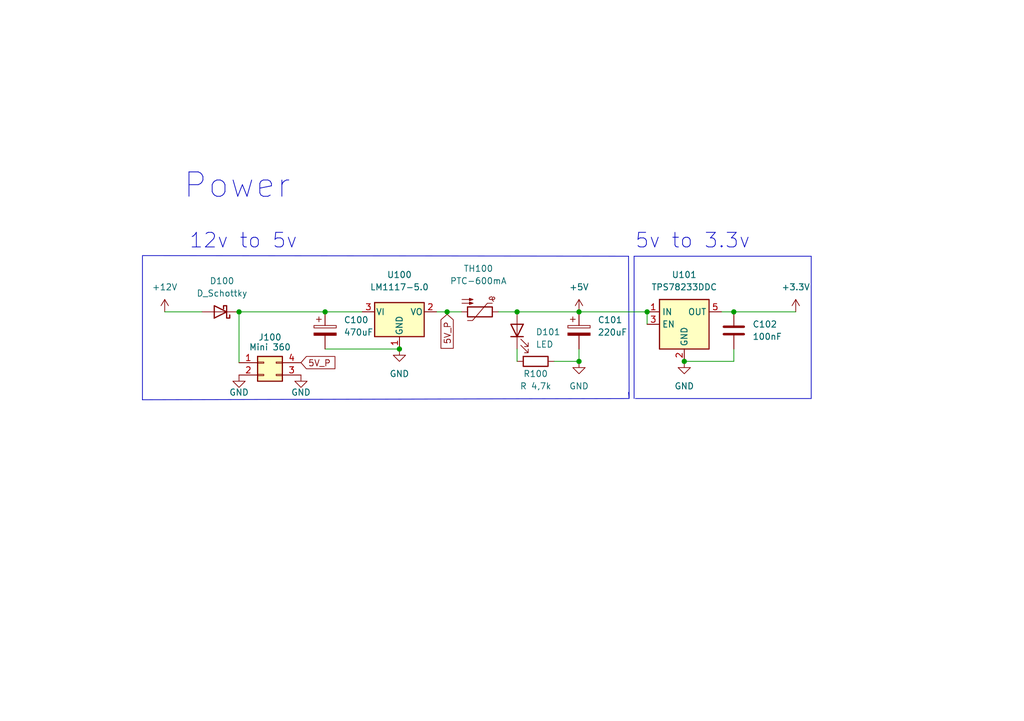
<source format=kicad_sch>
(kicad_sch (version 20230121) (generator eeschema)

  (uuid dfcbedf8-d157-49f6-8533-582b73023353)

  (paper "A5")

  (lib_symbols
    (symbol "Connector_Generic:Conn_02x02_Counter_Clockwise" (pin_names (offset 1.016) hide) (in_bom yes) (on_board yes)
      (property "Reference" "J" (at 1.27 2.54 0)
        (effects (font (size 1.27 1.27)))
      )
      (property "Value" "Conn_02x02_Counter_Clockwise" (at 1.27 -5.08 0)
        (effects (font (size 1.27 1.27)))
      )
      (property "Footprint" "" (at 0 0 0)
        (effects (font (size 1.27 1.27)) hide)
      )
      (property "Datasheet" "~" (at 0 0 0)
        (effects (font (size 1.27 1.27)) hide)
      )
      (property "ki_keywords" "connector" (at 0 0 0)
        (effects (font (size 1.27 1.27)) hide)
      )
      (property "ki_description" "Generic connector, double row, 02x02, counter clockwise pin numbering scheme (similar to DIP package numbering), script generated (kicad-library-utils/schlib/autogen/connector/)" (at 0 0 0)
        (effects (font (size 1.27 1.27)) hide)
      )
      (property "ki_fp_filters" "Connector*:*_2x??_*" (at 0 0 0)
        (effects (font (size 1.27 1.27)) hide)
      )
      (symbol "Conn_02x02_Counter_Clockwise_1_1"
        (rectangle (start -1.27 -2.413) (end 0 -2.667)
          (stroke (width 0.1524) (type default))
          (fill (type none))
        )
        (rectangle (start -1.27 0.127) (end 0 -0.127)
          (stroke (width 0.1524) (type default))
          (fill (type none))
        )
        (rectangle (start -1.27 1.27) (end 3.81 -3.81)
          (stroke (width 0.254) (type default))
          (fill (type background))
        )
        (rectangle (start 3.81 -2.413) (end 2.54 -2.667)
          (stroke (width 0.1524) (type default))
          (fill (type none))
        )
        (rectangle (start 3.81 0.127) (end 2.54 -0.127)
          (stroke (width 0.1524) (type default))
          (fill (type none))
        )
        (pin passive line (at -5.08 0 0) (length 3.81)
          (name "Pin_1" (effects (font (size 1.27 1.27))))
          (number "1" (effects (font (size 1.27 1.27))))
        )
        (pin passive line (at -5.08 -2.54 0) (length 3.81)
          (name "Pin_2" (effects (font (size 1.27 1.27))))
          (number "2" (effects (font (size 1.27 1.27))))
        )
        (pin passive line (at 7.62 -2.54 180) (length 3.81)
          (name "Pin_3" (effects (font (size 1.27 1.27))))
          (number "3" (effects (font (size 1.27 1.27))))
        )
        (pin passive line (at 7.62 0 180) (length 3.81)
          (name "Pin_4" (effects (font (size 1.27 1.27))))
          (number "4" (effects (font (size 1.27 1.27))))
        )
      )
    )
    (symbol "Device:C" (pin_numbers hide) (pin_names (offset 0.254)) (in_bom yes) (on_board yes)
      (property "Reference" "C" (at 0.635 2.54 0)
        (effects (font (size 1.27 1.27)) (justify left))
      )
      (property "Value" "C" (at 0.635 -2.54 0)
        (effects (font (size 1.27 1.27)) (justify left))
      )
      (property "Footprint" "" (at 0.9652 -3.81 0)
        (effects (font (size 1.27 1.27)) hide)
      )
      (property "Datasheet" "~" (at 0 0 0)
        (effects (font (size 1.27 1.27)) hide)
      )
      (property "ki_keywords" "cap capacitor" (at 0 0 0)
        (effects (font (size 1.27 1.27)) hide)
      )
      (property "ki_description" "Unpolarized capacitor" (at 0 0 0)
        (effects (font (size 1.27 1.27)) hide)
      )
      (property "ki_fp_filters" "C_*" (at 0 0 0)
        (effects (font (size 1.27 1.27)) hide)
      )
      (symbol "C_0_1"
        (polyline
          (pts
            (xy -2.032 -0.762)
            (xy 2.032 -0.762)
          )
          (stroke (width 0.508) (type default))
          (fill (type none))
        )
        (polyline
          (pts
            (xy -2.032 0.762)
            (xy 2.032 0.762)
          )
          (stroke (width 0.508) (type default))
          (fill (type none))
        )
      )
      (symbol "C_1_1"
        (pin passive line (at 0 3.81 270) (length 2.794)
          (name "~" (effects (font (size 1.27 1.27))))
          (number "1" (effects (font (size 1.27 1.27))))
        )
        (pin passive line (at 0 -3.81 90) (length 2.794)
          (name "~" (effects (font (size 1.27 1.27))))
          (number "2" (effects (font (size 1.27 1.27))))
        )
      )
    )
    (symbol "Device:C_Polarized" (pin_numbers hide) (pin_names (offset 0.254)) (in_bom yes) (on_board yes)
      (property "Reference" "C" (at 0.635 2.54 0)
        (effects (font (size 1.27 1.27)) (justify left))
      )
      (property "Value" "C_Polarized" (at 0.635 -2.54 0)
        (effects (font (size 1.27 1.27)) (justify left))
      )
      (property "Footprint" "" (at 0.9652 -3.81 0)
        (effects (font (size 1.27 1.27)) hide)
      )
      (property "Datasheet" "~" (at 0 0 0)
        (effects (font (size 1.27 1.27)) hide)
      )
      (property "ki_keywords" "cap capacitor" (at 0 0 0)
        (effects (font (size 1.27 1.27)) hide)
      )
      (property "ki_description" "Polarized capacitor" (at 0 0 0)
        (effects (font (size 1.27 1.27)) hide)
      )
      (property "ki_fp_filters" "CP_*" (at 0 0 0)
        (effects (font (size 1.27 1.27)) hide)
      )
      (symbol "C_Polarized_0_1"
        (rectangle (start -2.286 0.508) (end 2.286 1.016)
          (stroke (width 0) (type default))
          (fill (type none))
        )
        (polyline
          (pts
            (xy -1.778 2.286)
            (xy -0.762 2.286)
          )
          (stroke (width 0) (type default))
          (fill (type none))
        )
        (polyline
          (pts
            (xy -1.27 2.794)
            (xy -1.27 1.778)
          )
          (stroke (width 0) (type default))
          (fill (type none))
        )
        (rectangle (start 2.286 -0.508) (end -2.286 -1.016)
          (stroke (width 0) (type default))
          (fill (type outline))
        )
      )
      (symbol "C_Polarized_1_1"
        (pin passive line (at 0 3.81 270) (length 2.794)
          (name "~" (effects (font (size 1.27 1.27))))
          (number "1" (effects (font (size 1.27 1.27))))
        )
        (pin passive line (at 0 -3.81 90) (length 2.794)
          (name "~" (effects (font (size 1.27 1.27))))
          (number "2" (effects (font (size 1.27 1.27))))
        )
      )
    )
    (symbol "Device:D_Schottky" (pin_numbers hide) (pin_names (offset 1.016) hide) (in_bom yes) (on_board yes)
      (property "Reference" "D" (at 0 2.54 0)
        (effects (font (size 1.27 1.27)))
      )
      (property "Value" "D_Schottky" (at 0 -2.54 0)
        (effects (font (size 1.27 1.27)))
      )
      (property "Footprint" "" (at 0 0 0)
        (effects (font (size 1.27 1.27)) hide)
      )
      (property "Datasheet" "~" (at 0 0 0)
        (effects (font (size 1.27 1.27)) hide)
      )
      (property "ki_keywords" "diode Schottky" (at 0 0 0)
        (effects (font (size 1.27 1.27)) hide)
      )
      (property "ki_description" "Schottky diode" (at 0 0 0)
        (effects (font (size 1.27 1.27)) hide)
      )
      (property "ki_fp_filters" "TO-???* *_Diode_* *SingleDiode* D_*" (at 0 0 0)
        (effects (font (size 1.27 1.27)) hide)
      )
      (symbol "D_Schottky_0_1"
        (polyline
          (pts
            (xy 1.27 0)
            (xy -1.27 0)
          )
          (stroke (width 0) (type default))
          (fill (type none))
        )
        (polyline
          (pts
            (xy 1.27 1.27)
            (xy 1.27 -1.27)
            (xy -1.27 0)
            (xy 1.27 1.27)
          )
          (stroke (width 0.254) (type default))
          (fill (type none))
        )
        (polyline
          (pts
            (xy -1.905 0.635)
            (xy -1.905 1.27)
            (xy -1.27 1.27)
            (xy -1.27 -1.27)
            (xy -0.635 -1.27)
            (xy -0.635 -0.635)
          )
          (stroke (width 0.254) (type default))
          (fill (type none))
        )
      )
      (symbol "D_Schottky_1_1"
        (pin passive line (at -3.81 0 0) (length 2.54)
          (name "K" (effects (font (size 1.27 1.27))))
          (number "1" (effects (font (size 1.27 1.27))))
        )
        (pin passive line (at 3.81 0 180) (length 2.54)
          (name "A" (effects (font (size 1.27 1.27))))
          (number "2" (effects (font (size 1.27 1.27))))
        )
      )
    )
    (symbol "Device:LED" (pin_numbers hide) (pin_names (offset 1.016) hide) (in_bom yes) (on_board yes)
      (property "Reference" "D" (at 0 2.54 0)
        (effects (font (size 1.27 1.27)))
      )
      (property "Value" "LED" (at 0 -2.54 0)
        (effects (font (size 1.27 1.27)))
      )
      (property "Footprint" "" (at 0 0 0)
        (effects (font (size 1.27 1.27)) hide)
      )
      (property "Datasheet" "~" (at 0 0 0)
        (effects (font (size 1.27 1.27)) hide)
      )
      (property "ki_keywords" "LED diode" (at 0 0 0)
        (effects (font (size 1.27 1.27)) hide)
      )
      (property "ki_description" "Light emitting diode" (at 0 0 0)
        (effects (font (size 1.27 1.27)) hide)
      )
      (property "ki_fp_filters" "LED* LED_SMD:* LED_THT:*" (at 0 0 0)
        (effects (font (size 1.27 1.27)) hide)
      )
      (symbol "LED_0_1"
        (polyline
          (pts
            (xy -1.27 -1.27)
            (xy -1.27 1.27)
          )
          (stroke (width 0.254) (type default))
          (fill (type none))
        )
        (polyline
          (pts
            (xy -1.27 0)
            (xy 1.27 0)
          )
          (stroke (width 0) (type default))
          (fill (type none))
        )
        (polyline
          (pts
            (xy 1.27 -1.27)
            (xy 1.27 1.27)
            (xy -1.27 0)
            (xy 1.27 -1.27)
          )
          (stroke (width 0.254) (type default))
          (fill (type none))
        )
        (polyline
          (pts
            (xy -3.048 -0.762)
            (xy -4.572 -2.286)
            (xy -3.81 -2.286)
            (xy -4.572 -2.286)
            (xy -4.572 -1.524)
          )
          (stroke (width 0) (type default))
          (fill (type none))
        )
        (polyline
          (pts
            (xy -1.778 -0.762)
            (xy -3.302 -2.286)
            (xy -2.54 -2.286)
            (xy -3.302 -2.286)
            (xy -3.302 -1.524)
          )
          (stroke (width 0) (type default))
          (fill (type none))
        )
      )
      (symbol "LED_1_1"
        (pin passive line (at -3.81 0 0) (length 2.54)
          (name "K" (effects (font (size 1.27 1.27))))
          (number "1" (effects (font (size 1.27 1.27))))
        )
        (pin passive line (at 3.81 0 180) (length 2.54)
          (name "A" (effects (font (size 1.27 1.27))))
          (number "2" (effects (font (size 1.27 1.27))))
        )
      )
    )
    (symbol "Device:R" (pin_numbers hide) (pin_names (offset 0)) (in_bom yes) (on_board yes)
      (property "Reference" "R" (at 2.032 0 90)
        (effects (font (size 1.27 1.27)))
      )
      (property "Value" "R" (at 0 0 90)
        (effects (font (size 1.27 1.27)))
      )
      (property "Footprint" "" (at -1.778 0 90)
        (effects (font (size 1.27 1.27)) hide)
      )
      (property "Datasheet" "~" (at 0 0 0)
        (effects (font (size 1.27 1.27)) hide)
      )
      (property "ki_keywords" "R res resistor" (at 0 0 0)
        (effects (font (size 1.27 1.27)) hide)
      )
      (property "ki_description" "Resistor" (at 0 0 0)
        (effects (font (size 1.27 1.27)) hide)
      )
      (property "ki_fp_filters" "R_*" (at 0 0 0)
        (effects (font (size 1.27 1.27)) hide)
      )
      (symbol "R_0_1"
        (rectangle (start -1.016 -2.54) (end 1.016 2.54)
          (stroke (width 0.254) (type default))
          (fill (type none))
        )
      )
      (symbol "R_1_1"
        (pin passive line (at 0 3.81 270) (length 1.27)
          (name "~" (effects (font (size 1.27 1.27))))
          (number "1" (effects (font (size 1.27 1.27))))
        )
        (pin passive line (at 0 -3.81 90) (length 1.27)
          (name "~" (effects (font (size 1.27 1.27))))
          (number "2" (effects (font (size 1.27 1.27))))
        )
      )
    )
    (symbol "Device:Thermistor_PTC" (pin_numbers hide) (pin_names (offset 0)) (in_bom yes) (on_board yes)
      (property "Reference" "TH" (at -4.064 0 90)
        (effects (font (size 1.27 1.27)))
      )
      (property "Value" "Thermistor_PTC" (at 3.048 0 90)
        (effects (font (size 1.27 1.27)))
      )
      (property "Footprint" "" (at 1.27 -5.08 0)
        (effects (font (size 1.27 1.27)) (justify left) hide)
      )
      (property "Datasheet" "~" (at 0 0 0)
        (effects (font (size 1.27 1.27)) hide)
      )
      (property "ki_keywords" "resistor PTC thermistor sensor RTD" (at 0 0 0)
        (effects (font (size 1.27 1.27)) hide)
      )
      (property "ki_description" "Temperature dependent resistor, positive temperature coefficient" (at 0 0 0)
        (effects (font (size 1.27 1.27)) hide)
      )
      (property "ki_fp_filters" "*PTC* *Thermistor* PIN?ARRAY* bornier* *Terminal?Block* R_*" (at 0 0 0)
        (effects (font (size 1.27 1.27)) hide)
      )
      (symbol "Thermistor_PTC_0_1"
        (arc (start -3.048 2.159) (mid -3.0495 2.3143) (end -3.175 2.413)
          (stroke (width 0) (type default))
          (fill (type none))
        )
        (arc (start -3.048 2.159) (mid -2.9736 1.9794) (end -2.794 1.905)
          (stroke (width 0) (type default))
          (fill (type none))
        )
        (arc (start -3.048 2.794) (mid -2.9736 2.6144) (end -2.794 2.54)
          (stroke (width 0) (type default))
          (fill (type none))
        )
        (arc (start -2.794 1.905) (mid -2.6144 1.9794) (end -2.54 2.159)
          (stroke (width 0) (type default))
          (fill (type none))
        )
        (arc (start -2.794 2.54) (mid -2.4393 2.5587) (end -2.159 2.794)
          (stroke (width 0) (type default))
          (fill (type none))
        )
        (arc (start -2.794 3.048) (mid -2.9736 2.9736) (end -3.048 2.794)
          (stroke (width 0) (type default))
          (fill (type none))
        )
        (arc (start -2.54 2.794) (mid -2.6144 2.9736) (end -2.794 3.048)
          (stroke (width 0) (type default))
          (fill (type none))
        )
        (rectangle (start -1.016 2.54) (end 1.016 -2.54)
          (stroke (width 0.254) (type default))
          (fill (type none))
        )
        (polyline
          (pts
            (xy -2.54 2.159)
            (xy -2.54 2.794)
          )
          (stroke (width 0) (type default))
          (fill (type none))
        )
        (polyline
          (pts
            (xy -1.778 2.54)
            (xy -1.778 1.524)
            (xy 1.778 -1.524)
            (xy 1.778 -2.54)
          )
          (stroke (width 0) (type default))
          (fill (type none))
        )
        (polyline
          (pts
            (xy -2.54 -3.683)
            (xy -2.54 -1.397)
            (xy -2.794 -2.159)
            (xy -2.286 -2.159)
            (xy -2.54 -1.397)
            (xy -2.54 -1.651)
          )
          (stroke (width 0) (type default))
          (fill (type outline))
        )
        (polyline
          (pts
            (xy -1.778 -3.683)
            (xy -1.778 -1.397)
            (xy -2.032 -2.159)
            (xy -1.524 -2.159)
            (xy -1.778 -1.397)
            (xy -1.778 -1.651)
          )
          (stroke (width 0) (type default))
          (fill (type outline))
        )
      )
      (symbol "Thermistor_PTC_1_1"
        (pin passive line (at 0 3.81 270) (length 1.27)
          (name "~" (effects (font (size 1.27 1.27))))
          (number "1" (effects (font (size 1.27 1.27))))
        )
        (pin passive line (at 0 -3.81 90) (length 1.27)
          (name "~" (effects (font (size 1.27 1.27))))
          (number "2" (effects (font (size 1.27 1.27))))
        )
      )
    )
    (symbol "Regulator_Linear:LM1117-5.0" (pin_names (offset 0.254)) (in_bom yes) (on_board yes)
      (property "Reference" "U" (at -3.81 3.175 0)
        (effects (font (size 1.27 1.27)))
      )
      (property "Value" "LM1117-5.0" (at 0 3.175 0)
        (effects (font (size 1.27 1.27)) (justify left))
      )
      (property "Footprint" "" (at 0 0 0)
        (effects (font (size 1.27 1.27)) hide)
      )
      (property "Datasheet" "http://www.ti.com/lit/ds/symlink/lm1117.pdf" (at 0 0 0)
        (effects (font (size 1.27 1.27)) hide)
      )
      (property "ki_keywords" "linear regulator ldo fixed positive" (at 0 0 0)
        (effects (font (size 1.27 1.27)) hide)
      )
      (property "ki_description" "800mA Low-Dropout Linear Regulator, 5.0V fixed output, TO-220/TO-252/TO-263/SOT-223" (at 0 0 0)
        (effects (font (size 1.27 1.27)) hide)
      )
      (property "ki_fp_filters" "SOT?223* TO?263* TO?252* TO?220*" (at 0 0 0)
        (effects (font (size 1.27 1.27)) hide)
      )
      (symbol "LM1117-5.0_0_1"
        (rectangle (start -5.08 -5.08) (end 5.08 1.905)
          (stroke (width 0.254) (type default))
          (fill (type background))
        )
      )
      (symbol "LM1117-5.0_1_1"
        (pin power_in line (at 0 -7.62 90) (length 2.54)
          (name "GND" (effects (font (size 1.27 1.27))))
          (number "1" (effects (font (size 1.27 1.27))))
        )
        (pin power_out line (at 7.62 0 180) (length 2.54)
          (name "VO" (effects (font (size 1.27 1.27))))
          (number "2" (effects (font (size 1.27 1.27))))
        )
        (pin power_in line (at -7.62 0 0) (length 2.54)
          (name "VI" (effects (font (size 1.27 1.27))))
          (number "3" (effects (font (size 1.27 1.27))))
        )
      )
    )
    (symbol "Regulator_Linear:TPS78233DDC" (in_bom yes) (on_board yes)
      (property "Reference" "U" (at -3.81 6.35 0)
        (effects (font (size 1.27 1.27)))
      )
      (property "Value" "TPS78233DDC" (at 6.35 6.35 0)
        (effects (font (size 1.27 1.27)))
      )
      (property "Footprint" "Package_TO_SOT_SMD:SOT-23-5" (at 0 8.89 0)
        (effects (font (size 1.27 1.27)) hide)
      )
      (property "Datasheet" "http://www.ti.com/lit/gpn/tps782" (at 0 12.7 0)
        (effects (font (size 1.27 1.27)) hide)
      )
      (property "ki_keywords" "Single Output LDO Low-Iq" (at 0 0 0)
        (effects (font (size 1.27 1.27)) hide)
      )
      (property "ki_description" "150-mA, 500nA Ultra-Low-IQ LDO, 3.3V, SOT-23-5" (at 0 0 0)
        (effects (font (size 1.27 1.27)) hide)
      )
      (property "ki_fp_filters" "SOT?23*" (at 0 0 0)
        (effects (font (size 1.27 1.27)) hide)
      )
      (symbol "TPS78233DDC_0_1"
        (rectangle (start -5.08 -5.08) (end 5.08 5.08)
          (stroke (width 0.254) (type default))
          (fill (type background))
        )
        (pin power_in line (at -7.62 2.54 0) (length 2.54)
          (name "IN" (effects (font (size 1.27 1.27))))
          (number "1" (effects (font (size 1.27 1.27))))
        )
        (pin power_in line (at 0 -7.62 90) (length 2.54)
          (name "GND" (effects (font (size 1.27 1.27))))
          (number "2" (effects (font (size 1.27 1.27))))
        )
        (pin input line (at -7.62 0 0) (length 2.54)
          (name "EN" (effects (font (size 1.27 1.27))))
          (number "3" (effects (font (size 1.27 1.27))))
        )
        (pin power_out line (at 7.62 2.54 180) (length 2.54)
          (name "OUT" (effects (font (size 1.27 1.27))))
          (number "5" (effects (font (size 1.27 1.27))))
        )
      )
      (symbol "TPS78233DDC_1_1"
        (pin passive line (at 0 -7.62 90) (length 2.54) hide
          (name "GND" (effects (font (size 1.27 1.27))))
          (number "4" (effects (font (size 1.27 1.27))))
        )
      )
    )
    (symbol "power:+12V" (power) (pin_names (offset 0)) (in_bom yes) (on_board yes)
      (property "Reference" "#PWR" (at 0 -3.81 0)
        (effects (font (size 1.27 1.27)) hide)
      )
      (property "Value" "+12V" (at 0 3.556 0)
        (effects (font (size 1.27 1.27)))
      )
      (property "Footprint" "" (at 0 0 0)
        (effects (font (size 1.27 1.27)) hide)
      )
      (property "Datasheet" "" (at 0 0 0)
        (effects (font (size 1.27 1.27)) hide)
      )
      (property "ki_keywords" "power-flag" (at 0 0 0)
        (effects (font (size 1.27 1.27)) hide)
      )
      (property "ki_description" "Power symbol creates a global label with name \"+12V\"" (at 0 0 0)
        (effects (font (size 1.27 1.27)) hide)
      )
      (symbol "+12V_0_1"
        (polyline
          (pts
            (xy -0.762 1.27)
            (xy 0 2.54)
          )
          (stroke (width 0) (type default))
          (fill (type none))
        )
        (polyline
          (pts
            (xy 0 0)
            (xy 0 2.54)
          )
          (stroke (width 0) (type default))
          (fill (type none))
        )
        (polyline
          (pts
            (xy 0 2.54)
            (xy 0.762 1.27)
          )
          (stroke (width 0) (type default))
          (fill (type none))
        )
      )
      (symbol "+12V_1_1"
        (pin power_in line (at 0 0 90) (length 0) hide
          (name "+12V" (effects (font (size 1.27 1.27))))
          (number "1" (effects (font (size 1.27 1.27))))
        )
      )
    )
    (symbol "power:+3.3V" (power) (pin_names (offset 0)) (in_bom yes) (on_board yes)
      (property "Reference" "#PWR" (at 0 -3.81 0)
        (effects (font (size 1.27 1.27)) hide)
      )
      (property "Value" "+3.3V" (at 0 3.556 0)
        (effects (font (size 1.27 1.27)))
      )
      (property "Footprint" "" (at 0 0 0)
        (effects (font (size 1.27 1.27)) hide)
      )
      (property "Datasheet" "" (at 0 0 0)
        (effects (font (size 1.27 1.27)) hide)
      )
      (property "ki_keywords" "power-flag" (at 0 0 0)
        (effects (font (size 1.27 1.27)) hide)
      )
      (property "ki_description" "Power symbol creates a global label with name \"+3.3V\"" (at 0 0 0)
        (effects (font (size 1.27 1.27)) hide)
      )
      (symbol "+3.3V_0_1"
        (polyline
          (pts
            (xy -0.762 1.27)
            (xy 0 2.54)
          )
          (stroke (width 0) (type default))
          (fill (type none))
        )
        (polyline
          (pts
            (xy 0 0)
            (xy 0 2.54)
          )
          (stroke (width 0) (type default))
          (fill (type none))
        )
        (polyline
          (pts
            (xy 0 2.54)
            (xy 0.762 1.27)
          )
          (stroke (width 0) (type default))
          (fill (type none))
        )
      )
      (symbol "+3.3V_1_1"
        (pin power_in line (at 0 0 90) (length 0) hide
          (name "+3.3V" (effects (font (size 1.27 1.27))))
          (number "1" (effects (font (size 1.27 1.27))))
        )
      )
    )
    (symbol "power:+5V" (power) (pin_names (offset 0)) (in_bom yes) (on_board yes)
      (property "Reference" "#PWR" (at 0 -3.81 0)
        (effects (font (size 1.27 1.27)) hide)
      )
      (property "Value" "+5V" (at 0 3.556 0)
        (effects (font (size 1.27 1.27)))
      )
      (property "Footprint" "" (at 0 0 0)
        (effects (font (size 1.27 1.27)) hide)
      )
      (property "Datasheet" "" (at 0 0 0)
        (effects (font (size 1.27 1.27)) hide)
      )
      (property "ki_keywords" "power-flag" (at 0 0 0)
        (effects (font (size 1.27 1.27)) hide)
      )
      (property "ki_description" "Power symbol creates a global label with name \"+5V\"" (at 0 0 0)
        (effects (font (size 1.27 1.27)) hide)
      )
      (symbol "+5V_0_1"
        (polyline
          (pts
            (xy -0.762 1.27)
            (xy 0 2.54)
          )
          (stroke (width 0) (type default))
          (fill (type none))
        )
        (polyline
          (pts
            (xy 0 0)
            (xy 0 2.54)
          )
          (stroke (width 0) (type default))
          (fill (type none))
        )
        (polyline
          (pts
            (xy 0 2.54)
            (xy 0.762 1.27)
          )
          (stroke (width 0) (type default))
          (fill (type none))
        )
      )
      (symbol "+5V_1_1"
        (pin power_in line (at 0 0 90) (length 0) hide
          (name "+5V" (effects (font (size 1.27 1.27))))
          (number "1" (effects (font (size 1.27 1.27))))
        )
      )
    )
    (symbol "power:GND" (power) (pin_names (offset 0)) (in_bom yes) (on_board yes)
      (property "Reference" "#PWR" (at 0 -6.35 0)
        (effects (font (size 1.27 1.27)) hide)
      )
      (property "Value" "GND" (at 0 -3.81 0)
        (effects (font (size 1.27 1.27)))
      )
      (property "Footprint" "" (at 0 0 0)
        (effects (font (size 1.27 1.27)) hide)
      )
      (property "Datasheet" "" (at 0 0 0)
        (effects (font (size 1.27 1.27)) hide)
      )
      (property "ki_keywords" "power-flag" (at 0 0 0)
        (effects (font (size 1.27 1.27)) hide)
      )
      (property "ki_description" "Power symbol creates a global label with name \"GND\" , ground" (at 0 0 0)
        (effects (font (size 1.27 1.27)) hide)
      )
      (symbol "GND_0_1"
        (polyline
          (pts
            (xy 0 0)
            (xy 0 -1.27)
            (xy 1.27 -1.27)
            (xy 0 -2.54)
            (xy -1.27 -1.27)
            (xy 0 -1.27)
          )
          (stroke (width 0) (type default))
          (fill (type none))
        )
      )
      (symbol "GND_1_1"
        (pin power_in line (at 0 0 270) (length 0) hide
          (name "GND" (effects (font (size 1.27 1.27))))
          (number "1" (effects (font (size 1.27 1.27))))
        )
      )
    )
  )

  (junction (at 118.745 64.008) (diameter 0) (color 0 0 0 0)
    (uuid 0127606a-ff2e-4ec6-b9cc-21bca99ca1b7)
  )
  (junction (at 140.335 74.168) (diameter 0) (color 0 0 0 0)
    (uuid 18d5c6d2-b003-4671-803e-d98f4d06920d)
  )
  (junction (at 106.045 64.008) (diameter 0) (color 0 0 0 0)
    (uuid 21f0b0df-19c4-48b2-926c-0b8ec779cb2b)
  )
  (junction (at 118.745 74.168) (diameter 0) (color 0 0 0 0)
    (uuid 2b03b530-b1fc-490b-ba6e-8cca61acb00a)
  )
  (junction (at 91.694 64.008) (diameter 0) (color 0 0 0 0)
    (uuid 37076652-0e10-4ba1-a019-7c99e179bf55)
  )
  (junction (at 150.495 64.008) (diameter 0) (color 0 0 0 0)
    (uuid 5dbb1787-ee97-4bbf-b427-9af8cf9880cb)
  )
  (junction (at 81.915 71.628) (diameter 0) (color 0 0 0 0)
    (uuid 603e6a9b-a798-4189-b0b1-eb82939471b7)
  )
  (junction (at 49.022 64.008) (diameter 0) (color 0 0 0 0)
    (uuid 86cc23c1-062e-41bd-b7d5-40aff453552b)
  )
  (junction (at 66.675 64.008) (diameter 0) (color 0 0 0 0)
    (uuid 921499be-f69b-44c6-8c29-9ad1458cade7)
  )
  (junction (at 132.715 64.008) (diameter 0) (color 0 0 0 0)
    (uuid b5cf109a-f932-44a0-8faa-99f01c69bd18)
  )

  (wire (pts (xy 147.955 64.008) (xy 150.495 64.008))
    (stroke (width 0) (type default))
    (uuid 020fa6a1-5d34-4ab5-be17-605007eb7778)
  )
  (wire (pts (xy 106.045 64.008) (xy 118.745 64.008))
    (stroke (width 0) (type default))
    (uuid 0fa04758-eed4-47c3-98ec-bd4ac64930ac)
  )
  (wire (pts (xy 150.495 74.168) (xy 140.335 74.168))
    (stroke (width 0) (type default))
    (uuid 1258ffd2-00cc-46b6-9bde-ffd25a639f89)
  )
  (polyline (pts (xy 130.048 52.578) (xy 130.048 81.788))
    (stroke (width 0) (type default))
    (uuid 1b8d5884-4e1f-44ca-8c8e-a12d14b86df6)
  )

  (wire (pts (xy 132.715 64.008) (xy 132.715 66.548))
    (stroke (width 0) (type default))
    (uuid 29d7ecfa-7f3a-4f93-ae48-477acc89bb8d)
  )
  (wire (pts (xy 118.745 64.008) (xy 132.715 64.008))
    (stroke (width 0) (type default))
    (uuid 37d1e165-97aa-48c0-8621-9eb12b943476)
  )
  (wire (pts (xy 150.495 71.628) (xy 150.495 74.168))
    (stroke (width 0) (type default))
    (uuid 37f77e43-6103-4154-8cef-1da865982bba)
  )
  (wire (pts (xy 66.675 64.008) (xy 74.295 64.008))
    (stroke (width 0) (type default))
    (uuid 3b4f4058-b542-4d5c-b307-e0a47cc782aa)
  )
  (wire (pts (xy 102.235 64.008) (xy 106.045 64.008))
    (stroke (width 0) (type default))
    (uuid 3c35fafb-e55b-43d3-aa70-c173afacc622)
  )
  (polyline (pts (xy 129.032 81.788) (xy 128.905 80.518))
    (stroke (width 0) (type default))
    (uuid 411159cb-2188-44d2-80de-751f8aaa82c8)
  )

  (wire (pts (xy 49.022 64.008) (xy 66.675 64.008))
    (stroke (width 0) (type default))
    (uuid 79e64750-a142-450a-8391-cae3ddb48e0d)
  )
  (wire (pts (xy 49.022 64.008) (xy 49.022 74.422))
    (stroke (width 0) (type default))
    (uuid 806b6f34-0b00-457d-8f55-b5973265a8ee)
  )
  (polyline (pts (xy 129.032 81.788) (xy 128.905 52.578))
    (stroke (width 0) (type default))
    (uuid 8867d45c-c3fd-41b8-9d3b-4972ce808449)
  )

  (wire (pts (xy 33.782 64.008) (xy 41.402 64.008))
    (stroke (width 0) (type default))
    (uuid 91260b68-475e-4468-a300-6d4748917595)
  )
  (wire (pts (xy 89.535 64.008) (xy 91.694 64.008))
    (stroke (width 0) (type default))
    (uuid 967cd1a8-8289-4fed-aa14-4f438b9e9aff)
  )
  (polyline (pts (xy 29.21 82.042) (xy 128.905 81.788))
    (stroke (width 0) (type default))
    (uuid a50cc0ff-2661-4a5d-bae9-c60cf6b566ec)
  )
  (polyline (pts (xy 29.21 52.578) (xy 29.21 82.042))
    (stroke (width 0) (type default))
    (uuid af358759-690d-436a-acc7-13fd92cedac1)
  )

  (wire (pts (xy 91.694 64.008) (xy 91.694 64.516))
    (stroke (width 0) (type default))
    (uuid b16100ad-a69d-451c-9b3e-ac5657e044cc)
  )
  (polyline (pts (xy 130.048 52.578) (xy 166.37 52.578))
    (stroke (width 0) (type default))
    (uuid baf171a0-cc49-4268-8558-0322f494e09c)
  )

  (wire (pts (xy 113.665 74.168) (xy 118.745 74.168))
    (stroke (width 0) (type default))
    (uuid bffda1dd-629f-4865-80fe-76b5caa730fb)
  )
  (wire (pts (xy 91.694 64.008) (xy 94.615 64.008))
    (stroke (width 0) (type default))
    (uuid c18f0799-6368-44c6-ab50-ffa601819ef4)
  )
  (wire (pts (xy 106.045 71.628) (xy 106.045 74.168))
    (stroke (width 0) (type default))
    (uuid c418ae45-3f8a-4d13-9c43-0720ebe8e35c)
  )
  (polyline (pts (xy 128.905 52.578) (xy 29.21 52.451))
    (stroke (width 0) (type default))
    (uuid ca4dfc25-f102-4988-9a9d-b854e93c936c)
  )
  (polyline (pts (xy 130.302 81.788) (xy 166.37 81.788))
    (stroke (width 0) (type default))
    (uuid e5dcdbf7-600d-4fbc-a031-ece366427878)
  )
  (polyline (pts (xy 166.37 81.788) (xy 166.37 52.578))
    (stroke (width 0) (type default))
    (uuid ea807df6-448e-4d32-affa-2b16fd573f88)
  )

  (wire (pts (xy 66.675 71.628) (xy 81.915 71.628))
    (stroke (width 0) (type default))
    (uuid ea9f97ab-8da0-4496-ad1a-5bf909b02101)
  )
  (wire (pts (xy 150.495 64.008) (xy 163.195 64.008))
    (stroke (width 0) (type default))
    (uuid ee06d1c5-36f0-46c7-8658-0d13385e3d04)
  )
  (wire (pts (xy 118.745 71.628) (xy 118.745 74.168))
    (stroke (width 0) (type default))
    (uuid fa01112c-c2e8-4232-913b-385ad810081d)
  )

  (text "5v to 3.3v" (at 130.175 51.308 0)
    (effects (font (size 3 3)) (justify left bottom))
    (uuid 45601917-c505-4442-80a9-1545afc936e2)
  )
  (text "12v to 5v " (at 38.735 51.308 0)
    (effects (font (size 3 3)) (justify left bottom))
    (uuid 4bda434f-8f7d-4afc-9ec9-d42a1c2bf21b)
  )
  (text "Power" (at 37.465 41.148 0)
    (effects (font (size 5 5)) (justify left bottom))
    (uuid 6463ef11-d11c-45e3-b591-f1f3aba15718)
  )

  (global_label "5V_P" (shape input) (at 61.722 74.422 0) (fields_autoplaced)
    (effects (font (size 1.27 1.27)) (justify left))
    (uuid 372d3b8c-9a05-47a4-85f1-54c289455159)
    (property "Intersheetrefs" "${INTERSHEET_REFS}" (at 68.6708 74.5014 0)
      (effects (font (size 1.27 1.27)) (justify left) hide)
    )
  )
  (global_label "5V_P" (shape input) (at 91.694 64.516 270) (fields_autoplaced)
    (effects (font (size 1.27 1.27)) (justify right))
    (uuid 3f78dd47-ab6c-474a-a124-56362f2e4f6e)
    (property "Intersheetrefs" "${INTERSHEET_REFS}" (at 91.6146 71.4648 90)
      (effects (font (size 1.27 1.27)) (justify right) hide)
    )
  )

  (symbol (lib_id "Connector_Generic:Conn_02x02_Counter_Clockwise") (at 54.102 74.422 0) (unit 1)
    (in_bom yes) (on_board yes) (dnp no)
    (uuid 15e1b3e6-2099-4da3-aa39-4dcb1b6f446b)
    (property "Reference" "J100" (at 55.372 69.215 0)
      (effects (font (size 1.27 1.27)))
    )
    (property "Value" "Mini 360" (at 55.372 71.247 0)
      (effects (font (size 1.27 1.27)))
    )
    (property "Footprint" "LibraryCustom:PinSocket_1x04_P2.54mm_Vertical" (at 54.102 74.422 0)
      (effects (font (size 1.27 1.27)) hide)
    )
    (property "Datasheet" "~" (at 54.102 74.422 0)
      (effects (font (size 1.27 1.27)) hide)
    )
    (pin "1" (uuid a939c70b-b1b4-4cf9-a25c-1363f5bed264))
    (pin "2" (uuid 7613764e-1212-45b9-a073-f1bee00eebf7))
    (pin "3" (uuid b9779526-f444-402b-92b6-cbf2dccaa5f4))
    (pin "4" (uuid ff32a4ee-bc53-4ec3-aee9-6dbd0f12eb0a))
    (instances
      (project "PCB_Dianteira"
        (path "/a0150dbf-44e5-4bd4-8041-fb1f3f9779fb/b7319559-3fb4-41f1-bf08-f61e1dcdd0c3"
          (reference "J100") (unit 1)
        )
      )
    )
  )

  (symbol (lib_id "Device:D_Schottky") (at 45.212 64.008 180) (unit 1)
    (in_bom yes) (on_board yes) (dnp no) (fields_autoplaced)
    (uuid 48501c85-dbfe-4470-b7e5-33c189849641)
    (property "Reference" "D100" (at 45.5295 57.658 0)
      (effects (font (size 1.27 1.27)))
    )
    (property "Value" "D_Schottky" (at 45.5295 60.198 0)
      (effects (font (size 1.27 1.27)))
    )
    (property "Footprint" "Diode_THT:D_A-405_P7.62mm_Horizontal" (at 45.212 64.008 0)
      (effects (font (size 1.27 1.27)) hide)
    )
    (property "Datasheet" "~" (at 45.212 64.008 0)
      (effects (font (size 1.27 1.27)) hide)
    )
    (pin "1" (uuid 7968db61-949d-4bb6-a820-ade5b734e1c9))
    (pin "2" (uuid 64add21e-8c85-452c-a930-741a53b179ca))
    (instances
      (project "PCB_Dianteira"
        (path "/a0150dbf-44e5-4bd4-8041-fb1f3f9779fb/b7319559-3fb4-41f1-bf08-f61e1dcdd0c3"
          (reference "D100") (unit 1)
        )
      )
    )
  )

  (symbol (lib_id "Device:C") (at 150.495 67.818 0) (unit 1)
    (in_bom yes) (on_board yes) (dnp no) (fields_autoplaced)
    (uuid 61c8162a-5760-4203-93bb-f91a6aa288b2)
    (property "Reference" "C102" (at 154.305 66.5479 0)
      (effects (font (size 1.27 1.27)) (justify left))
    )
    (property "Value" "100nF" (at 154.305 69.0879 0)
      (effects (font (size 1.27 1.27)) (justify left))
    )
    (property "Footprint" "Capacitor_SMD:C_0603_1608Metric" (at 151.4602 71.628 0)
      (effects (font (size 1.27 1.27)) hide)
    )
    (property "Datasheet" "~" (at 150.495 67.818 0)
      (effects (font (size 1.27 1.27)) hide)
    )
    (pin "1" (uuid 003a68c5-30ea-4d54-9e32-5915cea1948f))
    (pin "2" (uuid aa97749b-8f86-4cda-afc4-577afcb41c01))
    (instances
      (project "PCB_Dianteira"
        (path "/a0150dbf-44e5-4bd4-8041-fb1f3f9779fb/b7319559-3fb4-41f1-bf08-f61e1dcdd0c3"
          (reference "C102") (unit 1)
        )
      )
    )
  )

  (symbol (lib_id "Device:Thermistor_PTC") (at 98.425 64.008 270) (unit 1)
    (in_bom yes) (on_board yes) (dnp no) (fields_autoplaced)
    (uuid 62fdd5fc-22a4-4c6e-b22b-525858385748)
    (property "Reference" "TH100" (at 98.1075 55.118 90)
      (effects (font (size 1.27 1.27)))
    )
    (property "Value" "PTC-600mA" (at 98.1075 57.658 90)
      (effects (font (size 1.27 1.27)))
    )
    (property "Footprint" "LibraryCustom:PTC_Duplo_1.30x2.65mm_HandSolder" (at 93.345 65.278 0)
      (effects (font (size 1.27 1.27)) (justify left) hide)
    )
    (property "Datasheet" "~" (at 98.425 64.008 0)
      (effects (font (size 1.27 1.27)) hide)
    )
    (pin "1" (uuid 6aabab2f-e347-4a4d-a52b-8ca5a9bb0efe))
    (pin "2" (uuid 65e39e03-123c-4826-b3a7-257a969f6512))
    (instances
      (project "PCB_Dianteira"
        (path "/a0150dbf-44e5-4bd4-8041-fb1f3f9779fb/b7319559-3fb4-41f1-bf08-f61e1dcdd0c3"
          (reference "TH100") (unit 1)
        )
      )
    )
  )

  (symbol (lib_id "Device:C_Polarized") (at 118.745 67.818 0) (unit 1)
    (in_bom yes) (on_board yes) (dnp no) (fields_autoplaced)
    (uuid 83fbba7e-7363-48be-9bda-bf4a2b518d95)
    (property "Reference" "C101" (at 122.555 65.6589 0)
      (effects (font (size 1.27 1.27)) (justify left))
    )
    (property "Value" "220uF" (at 122.555 68.1989 0)
      (effects (font (size 1.27 1.27)) (justify left))
    )
    (property "Footprint" "Capacitor_THT:CP_Radial_D5.0mm_P2.50mm" (at 119.7102 71.628 0)
      (effects (font (size 1.27 1.27)) hide)
    )
    (property "Datasheet" "~" (at 118.745 67.818 0)
      (effects (font (size 1.27 1.27)) hide)
    )
    (pin "1" (uuid 723cdf78-7512-4123-9e07-865ff1fef2e7))
    (pin "2" (uuid f0735bae-b6d8-46d0-890d-9e32781e05e7))
    (instances
      (project "PCB_Dianteira"
        (path "/a0150dbf-44e5-4bd4-8041-fb1f3f9779fb/b7319559-3fb4-41f1-bf08-f61e1dcdd0c3"
          (reference "C101") (unit 1)
        )
      )
    )
  )

  (symbol (lib_id "power:+12V") (at 33.782 64.008 0) (unit 1)
    (in_bom yes) (on_board yes) (dnp no) (fields_autoplaced)
    (uuid 90539975-fc15-4b86-83de-b58356162fb2)
    (property "Reference" "#PWR02" (at 33.782 67.818 0)
      (effects (font (size 1.27 1.27)) hide)
    )
    (property "Value" "+12V" (at 33.782 58.928 0)
      (effects (font (size 1.27 1.27)))
    )
    (property "Footprint" "" (at 33.782 64.008 0)
      (effects (font (size 1.27 1.27)) hide)
    )
    (property "Datasheet" "" (at 33.782 64.008 0)
      (effects (font (size 1.27 1.27)) hide)
    )
    (pin "1" (uuid 60ce0525-3c6d-4ed4-990e-ca11e808341e))
    (instances
      (project "PCB_Dianteira"
        (path "/a0150dbf-44e5-4bd4-8041-fb1f3f9779fb/b7319559-3fb4-41f1-bf08-f61e1dcdd0c3"
          (reference "#PWR02") (unit 1)
        )
      )
    )
  )

  (symbol (lib_id "power:+5V") (at 118.745 64.008 0) (unit 1)
    (in_bom yes) (on_board yes) (dnp no) (fields_autoplaced)
    (uuid 9beecae5-004c-4175-a1dc-75388ca1ef7b)
    (property "Reference" "#PWR05" (at 118.745 67.818 0)
      (effects (font (size 1.27 1.27)) hide)
    )
    (property "Value" "+5V" (at 118.745 58.928 0)
      (effects (font (size 1.27 1.27)))
    )
    (property "Footprint" "" (at 118.745 64.008 0)
      (effects (font (size 1.27 1.27)) hide)
    )
    (property "Datasheet" "" (at 118.745 64.008 0)
      (effects (font (size 1.27 1.27)) hide)
    )
    (pin "1" (uuid 336f72f1-f53a-4ed1-8f8b-50f3d89c24d5))
    (instances
      (project "PCB_Dianteira"
        (path "/a0150dbf-44e5-4bd4-8041-fb1f3f9779fb/b7319559-3fb4-41f1-bf08-f61e1dcdd0c3"
          (reference "#PWR05") (unit 1)
        )
      )
    )
  )

  (symbol (lib_id "Regulator_Linear:LM1117-5.0") (at 81.915 64.008 0) (unit 1)
    (in_bom yes) (on_board yes) (dnp no) (fields_autoplaced)
    (uuid 9c110af8-5591-4f05-b8d9-a833a6c76d15)
    (property "Reference" "U100" (at 81.915 56.388 0)
      (effects (font (size 1.27 1.27)))
    )
    (property "Value" "LM1117-5.0" (at 81.915 58.928 0)
      (effects (font (size 1.27 1.27)))
    )
    (property "Footprint" "Package_TO_SOT_SMD:SOT-223-3_TabPin2" (at 81.915 64.008 0)
      (effects (font (size 1.27 1.27)) hide)
    )
    (property "Datasheet" "http://www.ti.com/lit/ds/symlink/lm1117.pdf" (at 81.915 64.008 0)
      (effects (font (size 1.27 1.27)) hide)
    )
    (pin "1" (uuid 34edeb5a-8c2c-4e18-b80c-2e32cc0f9807))
    (pin "2" (uuid 2b0d63b2-6d04-4028-8ecd-d982a5b71ecb))
    (pin "3" (uuid 63a14fec-b466-439d-84b4-66049e60f1f8))
    (instances
      (project "PCB_Dianteira"
        (path "/a0150dbf-44e5-4bd4-8041-fb1f3f9779fb/b7319559-3fb4-41f1-bf08-f61e1dcdd0c3"
          (reference "U100") (unit 1)
        )
      )
    )
  )

  (symbol (lib_id "power:+3.3V") (at 163.195 64.008 0) (unit 1)
    (in_bom yes) (on_board yes) (dnp no) (fields_autoplaced)
    (uuid acb587e4-925c-4fdc-a9c1-81cc2fd7b5ba)
    (property "Reference" "#PWR09" (at 163.195 67.818 0)
      (effects (font (size 1.27 1.27)) hide)
    )
    (property "Value" "+3.3V" (at 163.195 58.928 0)
      (effects (font (size 1.27 1.27)))
    )
    (property "Footprint" "" (at 163.195 64.008 0)
      (effects (font (size 1.27 1.27)) hide)
    )
    (property "Datasheet" "" (at 163.195 64.008 0)
      (effects (font (size 1.27 1.27)) hide)
    )
    (pin "1" (uuid f09f6deb-4546-4686-86d5-564359de16b5))
    (instances
      (project "PCB_Dianteira"
        (path "/a0150dbf-44e5-4bd4-8041-fb1f3f9779fb/b7319559-3fb4-41f1-bf08-f61e1dcdd0c3"
          (reference "#PWR09") (unit 1)
        )
      )
    )
  )

  (symbol (lib_id "power:GND") (at 61.722 76.962 0) (unit 1)
    (in_bom yes) (on_board yes) (dnp no)
    (uuid af7be9da-8a36-4589-8656-51d5a8d68cba)
    (property "Reference" "#PWR0107" (at 61.722 83.312 0)
      (effects (font (size 1.27 1.27)) hide)
    )
    (property "Value" "GND" (at 61.722 80.518 0)
      (effects (font (size 1.27 1.27)))
    )
    (property "Footprint" "" (at 61.722 76.962 0)
      (effects (font (size 1.27 1.27)) hide)
    )
    (property "Datasheet" "" (at 61.722 76.962 0)
      (effects (font (size 1.27 1.27)) hide)
    )
    (pin "1" (uuid 7d64b9a7-7095-4f3a-9135-c9f9389ddc1a))
    (instances
      (project "PCB_Dianteira"
        (path "/a0150dbf-44e5-4bd4-8041-fb1f3f9779fb/b7319559-3fb4-41f1-bf08-f61e1dcdd0c3"
          (reference "#PWR0107") (unit 1)
        )
      )
    )
  )

  (symbol (lib_id "power:GND") (at 140.335 74.168 0) (unit 1)
    (in_bom yes) (on_board yes) (dnp no) (fields_autoplaced)
    (uuid b5382522-1592-4b84-86b0-58b743be73f8)
    (property "Reference" "#PWR08" (at 140.335 80.518 0)
      (effects (font (size 1.27 1.27)) hide)
    )
    (property "Value" "GND" (at 140.335 79.248 0)
      (effects (font (size 1.27 1.27)))
    )
    (property "Footprint" "" (at 140.335 74.168 0)
      (effects (font (size 1.27 1.27)) hide)
    )
    (property "Datasheet" "" (at 140.335 74.168 0)
      (effects (font (size 1.27 1.27)) hide)
    )
    (pin "1" (uuid d643808f-9f85-4016-a9cc-f47e6e7a97e3))
    (instances
      (project "PCB_Dianteira"
        (path "/a0150dbf-44e5-4bd4-8041-fb1f3f9779fb/b7319559-3fb4-41f1-bf08-f61e1dcdd0c3"
          (reference "#PWR08") (unit 1)
        )
      )
    )
  )

  (symbol (lib_id "power:GND") (at 118.745 74.168 0) (unit 1)
    (in_bom yes) (on_board yes) (dnp no) (fields_autoplaced)
    (uuid ba7ded8e-07e8-4f99-81c3-576264580538)
    (property "Reference" "#PWR07" (at 118.745 80.518 0)
      (effects (font (size 1.27 1.27)) hide)
    )
    (property "Value" "GND" (at 118.745 79.248 0)
      (effects (font (size 1.27 1.27)))
    )
    (property "Footprint" "" (at 118.745 74.168 0)
      (effects (font (size 1.27 1.27)) hide)
    )
    (property "Datasheet" "" (at 118.745 74.168 0)
      (effects (font (size 1.27 1.27)) hide)
    )
    (pin "1" (uuid a14dca70-2ab1-447f-88a4-c3a2e1f1f5b0))
    (instances
      (project "PCB_Dianteira"
        (path "/a0150dbf-44e5-4bd4-8041-fb1f3f9779fb/b7319559-3fb4-41f1-bf08-f61e1dcdd0c3"
          (reference "#PWR07") (unit 1)
        )
      )
    )
  )

  (symbol (lib_id "Device:R") (at 109.855 74.168 90) (unit 1)
    (in_bom yes) (on_board yes) (dnp no)
    (uuid befbd519-e088-47fe-81ea-11ccf462e2c6)
    (property "Reference" "R100" (at 109.855 76.708 90)
      (effects (font (size 1.27 1.27)))
    )
    (property "Value" "R 4,7k" (at 109.855 79.248 90)
      (effects (font (size 1.27 1.27)))
    )
    (property "Footprint" "Resistor_SMD:R_0603_1608Metric" (at 109.855 75.946 90)
      (effects (font (size 1.27 1.27)) hide)
    )
    (property "Datasheet" "~" (at 109.855 74.168 0)
      (effects (font (size 1.27 1.27)) hide)
    )
    (pin "1" (uuid 7b804280-01cd-4394-aeb8-ff83e04390dd))
    (pin "2" (uuid 2dd0950c-63cf-49f3-8f2e-b32ce301f3fb))
    (instances
      (project "PCB_Dianteira"
        (path "/a0150dbf-44e5-4bd4-8041-fb1f3f9779fb/b7319559-3fb4-41f1-bf08-f61e1dcdd0c3"
          (reference "R100") (unit 1)
        )
      )
    )
  )

  (symbol (lib_id "power:GND") (at 49.022 76.962 0) (unit 1)
    (in_bom yes) (on_board yes) (dnp no)
    (uuid d4f55a1b-9a52-46c9-9ff9-98c4bb79dd02)
    (property "Reference" "#PWR0108" (at 49.022 83.312 0)
      (effects (font (size 1.27 1.27)) hide)
    )
    (property "Value" "GND" (at 49.022 80.518 0)
      (effects (font (size 1.27 1.27)))
    )
    (property "Footprint" "" (at 49.022 76.962 0)
      (effects (font (size 1.27 1.27)) hide)
    )
    (property "Datasheet" "" (at 49.022 76.962 0)
      (effects (font (size 1.27 1.27)) hide)
    )
    (pin "1" (uuid 2bcbef69-afb1-408b-8444-78cd699fbe26))
    (instances
      (project "PCB_Dianteira"
        (path "/a0150dbf-44e5-4bd4-8041-fb1f3f9779fb/b7319559-3fb4-41f1-bf08-f61e1dcdd0c3"
          (reference "#PWR0108") (unit 1)
        )
      )
    )
  )

  (symbol (lib_id "Regulator_Linear:TPS78233DDC") (at 140.335 66.548 0) (unit 1)
    (in_bom yes) (on_board yes) (dnp no) (fields_autoplaced)
    (uuid dcb5715a-08a7-46e7-83d8-6af56a311845)
    (property "Reference" "U101" (at 140.335 56.388 0)
      (effects (font (size 1.27 1.27)))
    )
    (property "Value" "TPS78233DDC" (at 140.335 58.928 0)
      (effects (font (size 1.27 1.27)))
    )
    (property "Footprint" "Package_TO_SOT_SMD:SOT-23-5" (at 140.335 57.658 0)
      (effects (font (size 1.27 1.27)) hide)
    )
    (property "Datasheet" "http://www.ti.com/lit/gpn/tps782" (at 140.335 53.848 0)
      (effects (font (size 1.27 1.27)) hide)
    )
    (pin "1" (uuid fbb3c87b-e956-47e8-b4e7-d380db5232af))
    (pin "2" (uuid e3746466-87a0-4617-b45d-cbd059e1c04b))
    (pin "3" (uuid df49a943-1ce8-464d-b077-7bfe70fcabd7))
    (pin "5" (uuid 7af53c0c-9d13-4412-bf7f-9f53c4bd23d3))
    (pin "4" (uuid 23eaaacd-25da-4ab6-9e78-20ce80024a82))
    (instances
      (project "PCB_Dianteira"
        (path "/a0150dbf-44e5-4bd4-8041-fb1f3f9779fb/b7319559-3fb4-41f1-bf08-f61e1dcdd0c3"
          (reference "U101") (unit 1)
        )
      )
    )
  )

  (symbol (lib_id "Device:C_Polarized") (at 66.675 67.818 0) (unit 1)
    (in_bom yes) (on_board yes) (dnp no) (fields_autoplaced)
    (uuid de4a8675-a7a6-4014-8a6d-31453b4c1d72)
    (property "Reference" "C100" (at 70.485 65.6589 0)
      (effects (font (size 1.27 1.27)) (justify left))
    )
    (property "Value" "470uF" (at 70.485 68.1989 0)
      (effects (font (size 1.27 1.27)) (justify left))
    )
    (property "Footprint" "Capacitor_THT:CP_Radial_D8.0mm_P3.80mm" (at 67.6402 71.628 0)
      (effects (font (size 1.27 1.27)) hide)
    )
    (property "Datasheet" "~" (at 66.675 67.818 0)
      (effects (font (size 1.27 1.27)) hide)
    )
    (pin "1" (uuid 53c2fc46-706e-4c1a-8a3b-210e6a969eee))
    (pin "2" (uuid 39dd4747-c4b4-4521-a0ff-6bfc0d5297ed))
    (instances
      (project "PCB_Dianteira"
        (path "/a0150dbf-44e5-4bd4-8041-fb1f3f9779fb/b7319559-3fb4-41f1-bf08-f61e1dcdd0c3"
          (reference "C100") (unit 1)
        )
      )
    )
  )

  (symbol (lib_id "Device:LED") (at 106.045 67.818 90) (unit 1)
    (in_bom yes) (on_board yes) (dnp no) (fields_autoplaced)
    (uuid e28576c4-36be-4022-9e23-520f023c190d)
    (property "Reference" "D101" (at 109.855 68.1354 90)
      (effects (font (size 1.27 1.27)) (justify right))
    )
    (property "Value" "LED" (at 109.855 70.6754 90)
      (effects (font (size 1.27 1.27)) (justify right))
    )
    (property "Footprint" "Resistor_SMD:R_0603_1608Metric" (at 106.045 67.818 0)
      (effects (font (size 1.27 1.27)) hide)
    )
    (property "Datasheet" "~" (at 106.045 67.818 0)
      (effects (font (size 1.27 1.27)) hide)
    )
    (pin "1" (uuid b99d5045-6542-4722-a1a1-af1c32156170))
    (pin "2" (uuid 86653fb5-adbc-4b45-aeb5-985210931d31))
    (instances
      (project "PCB_Dianteira"
        (path "/a0150dbf-44e5-4bd4-8041-fb1f3f9779fb/b7319559-3fb4-41f1-bf08-f61e1dcdd0c3"
          (reference "D101") (unit 1)
        )
      )
    )
  )

  (symbol (lib_id "power:GND") (at 81.915 71.628 0) (unit 1)
    (in_bom yes) (on_board yes) (dnp no) (fields_autoplaced)
    (uuid f397ab8e-c930-4ca8-bd36-a90830095ad5)
    (property "Reference" "#PWR04" (at 81.915 77.978 0)
      (effects (font (size 1.27 1.27)) hide)
    )
    (property "Value" "GND" (at 81.915 76.708 0)
      (effects (font (size 1.27 1.27)))
    )
    (property "Footprint" "" (at 81.915 71.628 0)
      (effects (font (size 1.27 1.27)) hide)
    )
    (property "Datasheet" "" (at 81.915 71.628 0)
      (effects (font (size 1.27 1.27)) hide)
    )
    (pin "1" (uuid a4e31a58-328b-44d2-a9c7-3ff6c97582d7))
    (instances
      (project "PCB_Dianteira"
        (path "/a0150dbf-44e5-4bd4-8041-fb1f3f9779fb/b7319559-3fb4-41f1-bf08-f61e1dcdd0c3"
          (reference "#PWR04") (unit 1)
        )
      )
    )
  )
)

</source>
